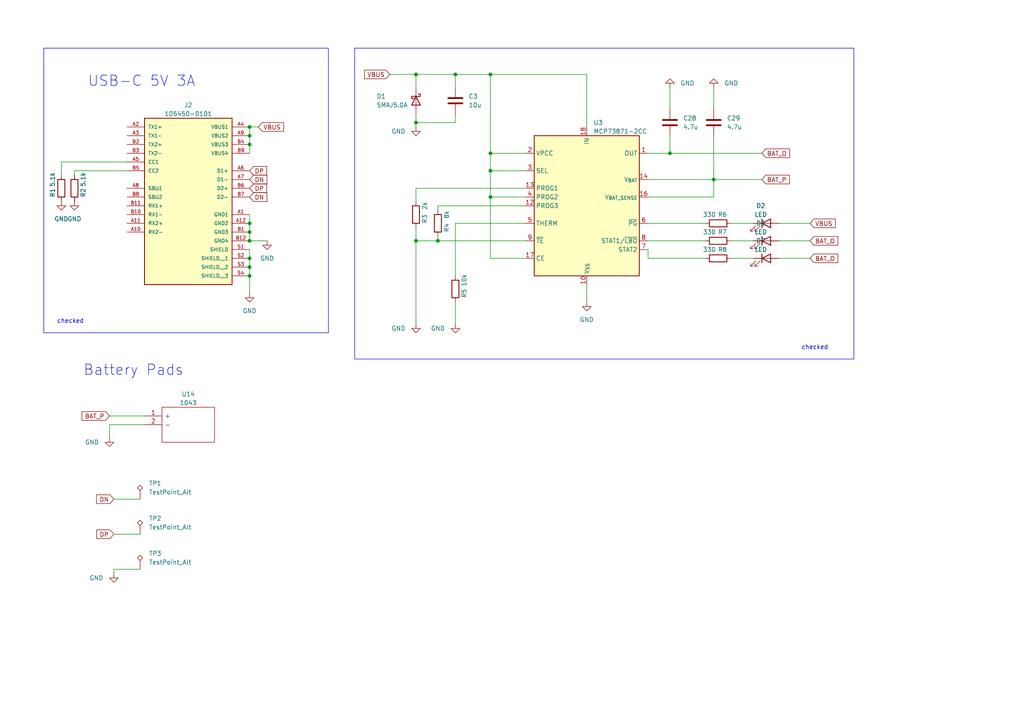
<source format=kicad_sch>
(kicad_sch (version 20230121) (generator eeschema)
  (paper "A4")
  (lib_symbols
    (symbol "1043:1043" (pin_names (offset 0.762))
      (property "Reference" "U14" (at 12.7 6.35 0))
      (property "Value" "1043" (at 12.7 3.81 0))
      (symbol "1043_0_0"
        (pin passive line (at 0 0 0) (length 5.08) (name "+") (number "1"))
        (pin passive line (at 0 -2.54 0) (length 5.08) (name "-") (number "2"))
      )
      (symbol "1043_0_1"
        (polyline (pts (xy 5.08 2.54) (xy 20.32 2.54) (xy 20.32 -7.62) (xy 5.08 -7.62) (xy 5.08 2.54)) (stroke (width 0.1524)))
      )
    )
    (symbol "105450-0101:105450-0101" (pin_names (offset 1.016))
      (property "Reference" "J" (at -12.7254 20.8534 0))
      (property "Value" "105450-0101" (at -12.7254 -30.5308 0))
      (symbol "105450-0101_0_0"
        (rectangle (start -12.7 -27.94) (end 12.7 20.32) (stroke (width 0.254)) (fill (type background)))
        (pin passive line (at 17.78 -7.62 180) (length 5.08) (name "GND1") (number "A1"))
        (pin passive line (at -17.78 -12.7 0) (length 5.08) (name "RX2-") (number "A10"))
        (pin passive line (at -17.78 -10.16 0) (length 5.08) (name "RX2+") (number "A11"))
        (pin passive line (at 17.78 -10.16 180) (length 5.08) (name "GND2") (number "A12"))
        (pin passive line (at -17.78 17.78 0) (length 5.08) (name "TX1+") (number "A2"))
        (pin passive line (at -17.78 15.24 0) (length 5.08) (name "TX1-") (number "A3"))
        (pin passive line (at 17.78 17.78 180) (length 5.08) (name "VBUS1") (number "A4"))
        (pin passive line (at -17.78 7.62 0) (length 5.08) (name "CC1") (number "A5"))
        (pin passive line (at 17.78 5.08 180) (length 5.08) (name "D1+") (number "A6"))
        (pin passive line (at 17.78 2.54 180) (length 5.08) (name "D1-") (number "A7"))
        (pin passive line (at -17.78 0 0) (length 5.08) (name "SBU1") (number "A8"))
        (pin passive line (at 17.78 15.24 180) (length 5.08) (name "VBUS2") (number "A9"))
        (pin passive line (at 17.78 -12.7 180) (length 5.08) (name "GND3") (number "B1"))
        (pin passive line (at -17.78 -7.62 0) (length 5.08) (name "RX1-") (number "B10"))
        (pin passive line (at -17.78 -5.08 0) (length 5.08) (name "RX1+") (number "B11"))
        (pin passive line (at 17.78 -15.24 180) (length 5.08) (name "GND4") (number "B12"))
        (pin passive line (at -17.78 12.7 0) (length 5.08) (name "TX2+") (number "B2"))
        (pin passive line (at -17.78 10.16 0) (length 5.08) (name "TX2-") (number "B3"))
        (pin passive line (at 17.78 12.7 180) (length 5.08) (name "VBUS3") (number "B4"))
        (pin passive line (at -17.78 5.08 0) (length 5.08) (name "CC2") (number "B5"))
        (pin passive line (at 17.78 0 180) (length 5.08) (name "D2+") (number "B6"))
        (pin passive line (at 17.78 -2.54 180) (length 5.08) (name "D2-") (number "B7"))
        (pin passive line (at -17.78 -2.54 0) (length 5.08) (name "SBU2") (number "B8"))
        (pin passive line (at 17.78 10.16 180) (length 5.08) (name "VBUS4") (number "B9"))
        (pin passive line (at 17.78 -17.78 180) (length 5.08) (name "SHIELD") (number "S1"))
        (pin passive line (at 17.78 -20.32 180) (length 5.08) (name "SHIELD__1") (number "S2"))
        (pin passive line (at 17.78 -22.86 180) (length 5.08) (name "SHIELD__2") (number "S3"))
        (pin passive line (at 17.78 -25.4 180) (length 5.08) (name "SHIELD__3") (number "S4"))
      )
    )
    (symbol "Battery_Management:MCP73871-2CC"
      (property "Reference" "U" (at -7.62 24.13 0))
      (property "Value" "MCP73871-2CC" (at -15.24 21.59 0))
      (symbol "MCP73871-2CC_0_1"
        (rectangle (start -15.24 20.32) (end 15.24 -20.32) (stroke (width 0.254)) (fill (type background)))
      )
      (symbol "MCP73871-2CC_1_1"
        (pin power_out line (at 17.78 15.24 180) (length 2.54) (name "OUT") (number "1"))
        (pin power_in line (at 0 -22.86 90) (length 2.54) (name "V_{SS}") (number "10"))
        (pin passive line (at 0 -22.86 90) (length 2.54) hide (name "V_{SS}") (number "11"))
        (pin bidirectional line (at -17.78 0 0) (length 2.54) (name "PROG3") (number "12"))
        (pin bidirectional line (at -17.78 5.08 0) (length 2.54) (name "PROG1") (number "13"))
        (pin power_out line (at 17.78 7.62 180) (length 2.54) (name "V_{BAT}") (number "14"))
        (pin passive line (at 17.78 7.62 180) (length 2.54) hide (name "V_{BAT}") (number "15"))
        (pin input line (at 17.78 2.54 180) (length 2.54) (name "V_{BAT_SENSE}") (number "16"))
        (pin input line (at -17.78 -15.24 0) (length 2.54) (name "CE") (number "17"))
        (pin power_in line (at 0 22.86 270) (length 2.54) (name "IN") (number "18"))
        (pin passive line (at 0 22.86 270) (length 2.54) hide (name "IN") (number "19"))
        (pin input line (at -17.78 15.24 0) (length 2.54) (name "VPCC") (number "2"))
        (pin passive line (at 17.78 15.24 180) (length 2.54) hide (name "OUT") (number "20"))
        (pin passive line (at 0 -22.86 90) (length 2.54) hide (name "V_{SS}") (number "21"))
        (pin input line (at -17.78 10.16 0) (length 2.54) (name "SEL") (number "3"))
        (pin input line (at -17.78 2.54 0) (length 2.54) (name "PROG2") (number "4"))
        (pin bidirectional line (at -17.78 -5.08 0) (length 2.54) (name "THERM") (number "5"))
        (pin open_collector line (at 17.78 -5.08 180) (length 2.54) (name "~{PG}") (number "6"))
        (pin open_collector line (at 17.78 -12.7 180) (length 2.54) (name "STAT2") (number "7"))
        (pin open_collector line (at 17.78 -10.16 180) (length 2.54) (name "STAT1/~{LBO}") (number "8"))
        (pin input line (at -17.78 -10.16 0) (length 2.54) (name "~{TE}") (number "9"))
      )
    )
    (symbol "Connector:TestPoint_Alt" (pin_numbers hide) (pin_names (offset 0.762) hide)
      (property "Reference" "TP" (at 0 6.858 0))
      (property "Value" "TestPoint_Alt" (at 0 5.08 0))
      (symbol "TestPoint_Alt_0_1"
        (polyline (pts (xy 0 2.54) (xy -0.762 3.302) (xy 0 4.064) (xy 0.762 3.302) (xy 0 2.54)))
      )
      (symbol "TestPoint_Alt_1_1"
        (pin passive line (at 0 0 90) (length 2.54) (name "1") (number "1"))
      )
    )
    (symbol "Device:C" (pin_numbers hide) (pin_names (offset 0.254))
      (property "Reference" "C" (at 0.635 2.54 0))
      (property "Value" "C" (at 0.635 -2.54 0))
      (symbol "C_0_1"
        (polyline (pts (xy -2.032 -0.762) (xy 2.032 -0.762)) (stroke (width 0.508)))
        (polyline (pts (xy -2.032 0.762) (xy 2.032 0.762)) (stroke (width 0.508)))
      )
      (symbol "C_1_1"
        (pin passive line (at 0 3.81 270) (length 2.794) (name "~") (number "1"))
        (pin passive line (at 0 -3.81 90) (length 2.794) (name "~") (number "2"))
      )
    )
    (symbol "Device:LED" (pin_numbers hide) (pin_names (offset 1.016) hide)
      (property "Reference" "D" (at 0 2.54 0))
      (property "Value" "LED" (at 0 -2.54 0))
      (symbol "LED_0_1"
        (polyline (pts (xy -1.27 -1.27) (xy -1.27 1.27)) (stroke (width 0.254)))
        (polyline (pts (xy -1.27 0) (xy 1.27 0)))
        (polyline (pts (xy 1.27 -1.27) (xy 1.27 1.27) (xy -1.27 0) (xy 1.27 -1.27)) (stroke (width 0.254)))
        (polyline (pts (xy -3.048 -0.762) (xy -4.572 -2.286) (xy -3.81 -2.286) (xy -4.572 -2.286) (xy -4.572 -1.524)))
        (polyline (pts (xy -1.778 -0.762) (xy -3.302 -2.286) (xy -2.54 -2.286) (xy -3.302 -2.286) (xy -3.302 -1.524)))
      )
      (symbol "LED_1_1"
        (pin passive line (at -3.81 0 0) (length 2.54) (name "K") (number "1"))
        (pin passive line (at 3.81 0 180) (length 2.54) (name "A") (number "2"))
      )
    )
    (symbol "Device:R" (pin_numbers hide) (pin_names (offset 0))
      (property "Reference" "R" (at 2.032 0 90))
      (property "Value" "R" (at 0 0 90))
      (symbol "R_0_1"
        (rectangle (start -1.016 -2.54) (end 1.016 2.54) (stroke (width 0.254)))
      )
      (symbol "R_1_1"
        (pin passive line (at 0 3.81 270) (length 1.27) (name "~") (number "1"))
        (pin passive line (at 0 -3.81 90) (length 1.27) (name "~") (number "2"))
      )
    )
    (symbol "Diode:B120-E3" (pin_numbers hide) (pin_names hide)
      (property "Reference" "D" (at 0 2.54 0))
      (property "Value" "B120-E3" (at 0 -2.54 0))
      (symbol "B120-E3_0_1"
        (polyline (pts (xy 1.27 0) (xy -1.27 0)))
        (polyline (pts (xy 1.27 1.27) (xy 1.27 -1.27) (xy -1.27 0) (xy 1.27 1.27)) (stroke (width 0.254)))
        (polyline (pts (xy -1.905 0.635) (xy -1.905 1.27) (xy -1.27 1.27) (xy -1.27 -1.27) (xy -0.635 -1.27) (xy -0.635 -0.635)) (stroke (width 0.254)))
      )
      (symbol "B120-E3_1_1"
        (pin passive line (at -3.81 0 0) (length 2.54) (name "K") (number "1"))
        (pin passive line (at 3.81 0 180) (length 2.54) (name "A") (number "2"))
      )
    )
    (symbol "power:GND" (power) (pin_names (offset 0))
      (property "Value" "GND" (at 0 -3.81 0))
      (symbol "GND_0_1"
        (polyline (pts (xy 0 0) (xy 0 -1.27) (xy 1.27 -1.27) (xy 0 -2.54) (xy -1.27 -1.27) (xy 0 -1.27)))
      )
      (symbol "GND_1_1"
        (pin power_in line (at 0 0 270) (length 0) hide (name "GND") (number "1"))
      )
    )
  )
  (junction (at 72.39 41.91))
  (junction (at 72.39 77.47))
  (junction (at 120.65 35.56))
  (junction (at 142.24 49.53))
  (junction (at 120.65 21.59))
  (junction (at 142.24 57.15))
  (junction (at 132.08 21.59))
  (junction (at 72.39 64.77))
  (junction (at 142.24 21.59))
  (junction (at 207.01 52.07))
  (junction (at 72.39 39.37))
  (junction (at 120.65 69.85))
  (junction (at 72.39 36.83))
  (junction (at 72.39 80.01))
  (junction (at 72.39 69.85))
  (junction (at 72.39 67.31))
  (junction (at 142.24 44.45))
  (junction (at 72.39 74.93))
  (junction (at 194.31 44.45))
  (junction (at 127 69.85))
  (wire (pts (xy 207.01 57.15) (xy 207.01 52.07)))
  (wire (pts (xy 72.39 39.37) (xy 72.39 41.91)))
  (wire (pts (xy 17.78 46.99) (xy 36.83 46.99)))
  (wire (pts (xy 17.78 46.99) (xy 17.78 50.8)))
  (wire (pts (xy 72.39 62.23) (xy 72.39 64.77)))
  (wire (pts (xy 170.18 21.59) (xy 170.18 36.83)))
  (wire (pts (xy 120.65 66.04) (xy 120.65 69.85)))
  (wire (pts (xy 152.4 57.15) (xy 142.24 57.15)))
  (wire (pts (xy 127 68.58) (xy 127 69.85)))
  (wire (pts (xy 142.24 74.93) (xy 142.24 57.15)))
  (wire (pts (xy 187.96 57.15) (xy 207.01 57.15)))
  (wire (pts (xy 152.4 64.77) (xy 132.08 64.77)))
  (wire (pts (xy 21.59 50.8) (xy 21.59 49.53)))
  (wire (pts (xy 207.01 25.4) (xy 207.01 31.75)))
  (wire (pts (xy 187.96 74.93) (xy 204.47 74.93)))
  (wire (pts (xy 194.31 44.45) (xy 220.98 44.45)))
  (wire (pts (xy 187.96 52.07) (xy 207.01 52.07)))
  (wire (pts (xy 132.08 21.59) (xy 132.08 25.4)))
  (wire (pts (xy 72.39 67.31) (xy 72.39 69.85)))
  (wire (pts (xy 72.39 72.39) (xy 72.39 74.93)))
  (wire (pts (xy 152.4 69.85) (xy 127 69.85)))
  (wire (pts (xy 207.01 39.37) (xy 207.01 52.07)))
  (wire (pts (xy 170.18 82.55) (xy 170.18 87.63)))
  (wire (pts (xy 72.39 36.83) (xy 74.93 36.83)))
  (wire (pts (xy 142.24 49.53) (xy 152.4 49.53)))
  (wire (pts (xy 226.06 64.77) (xy 234.95 64.77)))
  (wire (pts (xy 120.65 21.59) (xy 132.08 21.59)))
  (wire (pts (xy 72.39 41.91) (xy 72.39 44.45)))
  (wire (pts (xy 226.06 69.85) (xy 234.95 69.85)))
  (wire (pts (xy 31.75 123.19) (xy 41.91 123.19)))
  (wire (pts (xy 226.06 74.93) (xy 234.95 74.93)))
  (wire (pts (xy 142.24 57.15) (xy 142.24 49.53)))
  (wire (pts (xy 132.08 33.02) (xy 132.08 35.56)))
  (wire (pts (xy 187.96 44.45) (xy 194.31 44.45)))
  (wire (pts (xy 31.75 120.65) (xy 41.91 120.65)))
  (wire (pts (xy 132.08 21.59) (xy 142.24 21.59)))
  (wire (pts (xy 212.09 74.93) (xy 218.44 74.93)))
  (wire (pts (xy 72.39 85.09) (xy 72.39 80.01)))
  (wire (pts (xy 33.02 144.78) (xy 40.64 144.78)))
  (wire (pts (xy 120.65 21.59) (xy 120.65 25.4)))
  (wire (pts (xy 113.03 21.59) (xy 120.65 21.59)))
  (wire (pts (xy 142.24 44.45) (xy 152.4 44.45)))
  (wire (pts (xy 152.4 54.61) (xy 120.65 54.61)))
  (wire (pts (xy 194.31 39.37) (xy 194.31 44.45)))
  (wire (pts (xy 120.65 69.85) (xy 127 69.85)))
  (wire (pts (xy 152.4 74.93) (xy 142.24 74.93)))
  (wire (pts (xy 33.02 154.94) (xy 40.64 154.94)))
  (wire (pts (xy 120.65 69.85) (xy 120.65 93.98)))
  (wire (pts (xy 194.31 25.4) (xy 194.31 31.75)))
  (wire (pts (xy 72.39 64.77) (xy 72.39 67.31)))
  (wire (pts (xy 31.75 123.19) (xy 31.75 127)))
  (wire (pts (xy 187.96 64.77) (xy 204.47 64.77)))
  (wire (pts (xy 72.39 74.93) (xy 72.39 77.47)))
  (wire (pts (xy 72.39 36.83) (xy 72.39 39.37)))
  (wire (pts (xy 132.08 87.63) (xy 132.08 93.98)))
  (wire (pts (xy 33.02 165.1) (xy 40.64 165.1)))
  (wire (pts (xy 212.09 64.77) (xy 218.44 64.77)))
  (wire (pts (xy 72.39 69.85) (xy 77.47 69.85)))
  (wire (pts (xy 142.24 21.59) (xy 170.18 21.59)))
  (wire (pts (xy 120.65 35.56) (xy 120.65 36.83)))
  (wire (pts (xy 187.96 69.85) (xy 204.47 69.85)))
  (wire (pts (xy 120.65 33.02) (xy 120.65 35.56)))
  (wire (pts (xy 132.08 35.56) (xy 120.65 35.56)))
  (wire (pts (xy 207.01 52.07) (xy 220.98 52.07)))
  (wire (pts (xy 142.24 49.53) (xy 142.24 44.45)))
  (wire (pts (xy 187.96 72.39) (xy 187.96 74.93)))
  (wire (pts (xy 72.39 77.47) (xy 72.39 80.01)))
  (wire (pts (xy 127 59.69) (xy 127 60.96)))
  (wire (pts (xy 132.08 64.77) (xy 132.08 80.01)))
  (wire (pts (xy 142.24 21.59) (xy 142.24 44.45)))
  (wire (pts (xy 33.02 165.1) (xy 33.02 166.37)))
  (wire (pts (xy 120.65 54.61) (xy 120.65 58.42)))
  (wire (pts (xy 152.4 59.69) (xy 127 59.69)))
  (wire (pts (xy 21.59 49.53) (xy 36.83 49.53)))
  (wire (pts (xy 212.09 69.85) (xy 218.44 69.85)))
  (rectangle (start 12.7 13.97) (end 95.25 96.52))
  (rectangle (start 102.87 13.97) (end 247.65 104.14))
  (text "checked\n" (at 16.51 93.98 0) (effects (font (size 1.27 1.27)) (justify left bottom)))
  (text "checked\n" (at 232.41 101.6 0) (effects (font (size 1.27 1.27)) (justify left bottom)))
  (text "Battery Pads" (at 24.13 109.22 0) (effects (font (size 3 3)) (justify left bottom)))
  (text "USB-C 5V 3A" (at 25.4 25.4 0) (effects (font (size 3 3)) (justify left bottom)))
  (global_label "DN" (shape input) (at 72.39 57.15 0) (property "Intersheetrefs" "${INTERSHEET_REFS}" (effects hide)))
  (global_label "VBUS" (shape input) (at 74.93 36.83 0) (property "Intersheetrefs" "${INTERSHEET_REFS}" (effects hide)))
  (global_label "DN" (shape input) (at 33.02 144.78 180) (property "Intersheetrefs" "${INTERSHEET_REFS}" (effects hide)))
  (global_label "BAT_O" (shape input) (at 220.98 44.45 0) (property "Intersheetrefs" "${INTERSHEET_REFS}" (effects hide)))
  (global_label "DP" (shape input) (at 72.39 49.53 0) (property "Intersheetrefs" "${INTERSHEET_REFS}" (effects hide)))
  (global_label "VBUS" (shape input) (at 113.03 21.59 180) (property "Intersheetrefs" "${INTERSHEET_REFS}" (effects hide)))
  (global_label "DP" (shape input) (at 72.39 54.61 0) (property "Intersheetrefs" "${INTERSHEET_REFS}" (effects hide)))
  (global_label "BAT_O" (shape input) (at 234.95 74.93 0) (property "Intersheetrefs" "${INTERSHEET_REFS}" (effects hide)))
  (global_label "BAT_O" (shape input) (at 234.95 69.85 0) (property "Intersheetrefs" "${INTERSHEET_REFS}" (effects hide)))
  (global_label "VBUS" (shape input) (at 234.95 64.77 0) (property "Intersheetrefs" "${INTERSHEET_REFS}" (effects hide)))
  (global_label "BAT_P" (shape input) (at 220.98 52.07 0) (property "Intersheetrefs" "${INTERSHEET_REFS}" (effects hide)))
  (global_label "BAT_P" (shape input) (at 31.75 120.65 180) (property "Intersheetrefs" "${INTERSHEET_REFS}" (effects hide)))
  (global_label "DN" (shape input) (at 72.39 52.07 0) (property "Intersheetrefs" "${INTERSHEET_REFS}" (effects hide)))
  (global_label "DP" (shape input) (at 33.02 154.94 180) (property "Intersheetrefs" "${INTERSHEET_REFS}" (effects hide)))
  (symbol (lib_id "Device:C") (at 132.08 29.21 0) (unit 1)
    (property "Reference" "C3" (at 135.89 27.9399 0) (effects (justify left)))
    (property "Value" "10u" (at 135.89 30.4799 0) (effects (justify left)))
    (property "Footprint" "Capacitor_SMD:C_0603_1608Metric_Pad1.08x0.95mm_HandSolder" (effects hide))
  )
  (symbol (lib_id "Device:R") (at 208.28 64.77 270) (unit 1)
    (property "Reference" "R6" (at 209.55 62.23 90))
    (property "Value" "330" (at 205.74 62.23 90))
    (property "Footprint" "Resistor_SMD:R_0603_1608Metric_Pad0.98x0.95mm_HandSolder" (effects hide))
  )
  (symbol (lib_id "Device:R") (at 208.28 69.85 270) (unit 1)
    (property "Reference" "R7" (at 209.55 67.31 90))
    (property "Value" "330" (at 205.74 67.31 90))
    (property "Footprint" "Resistor_SMD:R_0603_1608Metric_Pad0.98x0.95mm_HandSolder" (effects hide))
  )
  (symbol (lib_id "power:GND") (at 77.47 69.85 0) (unit 1)
    (property "Reference" "#PWR016" (effects hide))
    (property "Value" "GND" (at 77.47 74.93 0))
  )
  (symbol (lib_id "power:GND") (at 31.75 127 0) (unit 1)
    (property "Reference" "#PWR026" (effects hide))
    (property "Value" "GND" (at 26.67 128.27 0))
  )
  (symbol (lib_id "power:GND") (at 21.59 58.42 0) (unit 1)
    (property "Reference" "#PWR015" (effects hide))
    (property "Value" "GND" (at 21.59 63.5 0))
  )
  (symbol (lib_id "Device:LED") (at 222.25 69.85 0) (unit 1)
    (property "Reference" "D6" (at 220.6625 64.77 0))
    (property "Value" "LED" (at 220.6625 67.31 0))
    (property "Footprint" "LED_SMD:LED_0603_1608Metric_Pad1.05x0.95mm_HandSolder" (effects hide))
    (property "Datasheet" "https://www.mouser.ch/ProductDetail/VCC/LSM0603412V?qs=%252BEew9%252B0nqrCIKpXilSWEhA%3D%3D" (effects hide))
    (property "Info" "Red -> STAT1 indicates when Battery voltage is low" (effects hide))
  )
  (symbol (lib_id "power:GND") (at 72.39 85.09 0) (unit 1)
    (property "Reference" "#PWR031" (effects hide))
    (property "Value" "GND" (at 72.39 90.17 0))
  )
  (symbol (lib_id "Connector:TestPoint_Alt") (at 40.64 144.78 0) (unit 1)
    (property "Reference" "TP1" (at 43.18 140.208 0) (effects (justify left)))
    (property "Value" "TestPoint_Alt" (at 43.18 142.748 0) (effects (justify left)))
    (property "Footprint" "TestPoint:TestPoint_Pad_1.5x1.5mm" (effects hide))
    (property "Info" "DM" (effects hide))
  )
  (symbol (lib_id "Device:R") (at 208.28 74.93 270) (unit 1)
    (property "Reference" "R8" (at 209.55 72.39 90))
    (property "Value" "330" (at 205.74 72.39 90))
    (property "Footprint" "Resistor_SMD:R_0603_1608Metric_Pad0.98x0.95mm_HandSolder" (effects hide))
  )
  (symbol (lib_id "Device:LED") (at 222.25 74.93 0) (unit 1)
    (property "Reference" "D7" (at 220.6625 69.85 0))
    (property "Value" "LED" (at 220.6625 72.39 0))
    (property "Footprint" "LED_SMD:LED_0603_1608Metric_Pad1.05x0.95mm_HandSolder" (effects hide))
    (property "Datasheet" "https://www.mouser.ch/ProductDetail/VCC/LSM0603453V?qs=%252BEew9%252B0nqrBOKWP8d%2FyQXQ%3D%3D" (effects hide))
    (property "Info" "Green -> Charge Complete, standby" (effects hide))
  )
  (symbol (lib_id "power:GND") (at 17.78 58.42 0) (unit 1)
    (property "Reference" "#PWR0114" (effects hide))
    (property "Value" "GND" (at 17.78 63.5 0))
  )
  (symbol (lib_id "Diode:B120-E3") (at 120.65 29.21 270) (unit 1)
    (property "Reference" "D1" (at 109.22 27.94 90) (effects (justify left)))
    (property "Value" "SMAJ5.0A" (at 109.22 30.48 90) (effects (justify left)))
    (property "Footprint" "Diode_SMD:D_SMA" (effects hide))
    (property "Datasheet" "https://www.mouser.ch/ProductDetail/Littelfuse/SMAJ5.0A?qs=2VFNtWizgicfetZVA4gWHA%3D%3D" (effects hide))
    (property "Info" "Aus Datenblatt MCP73871 (ESD und OV Schutz)" (effects hide))
  )
  (symbol (lib_id "power:GND") (at 207.01 25.4 180) (unit 1)
    (property "Reference" "#PWR025" (effects hide))
    (property "Value" "GND" (at 212.09 24.13 0))
  )
  (symbol (lib_id "Battery_Management:MCP73871-2CC") (at 170.18 59.69 0) (unit 1)
    (property "Reference" "U3" (at 172.1359 35.56 0) (effects (justify left)))
    (property "Value" "MCP73871-2CC" (at 172.1359 38.1 0) (effects (justify left)))
    (property "Footprint" "Package_DFN_QFN:QFN-20-1EP_4x4mm_P0.5mm_EP2.5x2.5mm" (effects hide))
    (property "Datasheet" "http://www.mouser.com/ds/2/268/22090a-52174.pdf" (effects hide))
  )
  (symbol (lib_id "Device:R") (at 17.78 54.61 180) (unit 1)
    (property "Reference" "R1" (at 15.24 55.88 90))
    (property "Value" "5.1k" (at 15.24 52.07 90))
    (property "Footprint" "Resistor_SMD:R_0603_1608Metric_Pad0.98x0.95mm_HandSolder" (effects hide))
  )
  (symbol (lib_id "Connector:TestPoint_Alt") (at 40.64 165.1 0) (unit 1)
    (property "Reference" "TP3" (at 43.18 160.528 0) (effects (justify left)))
    (property "Value" "TestPoint_Alt" (at 43.18 163.068 0) (effects (justify left)))
    (property "Footprint" "TestPoint:TestPoint_Pad_1.5x1.5mm" (effects hide))
  )
  (symbol (lib_id "Device:R") (at 132.08 83.82 180) (unit 1)
    (property "Reference" "R5" (at 134.62 85.09 90))
    (property "Value" "10k" (at 134.62 81.28 90))
    (property "Footprint" "Resistor_SMD:R_0603_1608Metric_Pad0.98x0.95mm_HandSolder" (effects hide))
  )
  (symbol (lib_id "power:GND") (at 120.65 36.83 0) (unit 1)
    (property "Reference" "#PWR021" (effects hide))
    (property "Value" "GND" (at 115.57 38.1 0))
  )
  (symbol (lib_id "Device:C") (at 207.01 35.56 0) (unit 1)
    (property "Reference" "C29" (at 210.82 34.2899 0) (effects (justify left)))
    (property "Value" "4.7u" (at 210.82 36.8299 0) (effects (justify left)))
    (property "Footprint" "Capacitor_SMD:C_0603_1608Metric_Pad1.08x0.95mm_HandSolder" (effects hide))
  )
  (symbol (lib_id "Device:R") (at 127 64.77 180) (unit 1)
    (property "Reference" "R4" (at 129.54 66.04 90))
    (property "Value" "8k" (at 129.54 62.23 90))
    (property "Footprint" "Resistor_SMD:R_0603_1608Metric_Pad0.98x0.95mm_HandSolder" (effects hide))
  )
  (symbol (lib_id "power:GND") (at 33.02 166.37 0) (unit 1)
    (property "Reference" "#PWR02" (effects hide))
    (property "Value" "GND" (at 27.94 167.64 0))
  )
  (symbol (lib_id "Connector:TestPoint_Alt") (at 40.64 154.94 0) (unit 1)
    (property "Reference" "TP2" (at 43.18 150.368 0) (effects (justify left)))
    (property "Value" "TestPoint_Alt" (at 43.18 152.908 0) (effects (justify left)))
    (property "Footprint" "TestPoint:TestPoint_Pad_1.5x1.5mm" (effects hide))
    (property "Info" "DP" (effects hide))
  )
  (symbol (lib_id "Device:R") (at 21.59 54.61 180) (unit 1)
    (property "Reference" "R2" (at 24.13 55.88 90))
    (property "Value" "5.1k" (at 24.13 52.07 90))
    (property "Footprint" "Resistor_SMD:R_0603_1608Metric_Pad0.98x0.95mm_HandSolder" (effects hide))
  )
  (symbol (lib_id "power:GND") (at 132.08 93.98 0) (unit 1)
    (property "Reference" "#PWR022" (effects hide))
    (property "Value" "GND" (at 127 95.25 0))
  )
  (symbol (lib_id "Device:R") (at 120.65 62.23 180) (unit 1)
    (property "Reference" "R3" (at 123.19 63.5 90))
    (property "Value" "2k" (at 123.19 59.69 90))
    (property "Footprint" "Resistor_SMD:R_0603_1608Metric_Pad0.98x0.95mm_HandSolder" (effects hide))
  )
  (symbol (lib_id "Device:LED") (at 222.25 64.77 0) (unit 1)
    (property "Reference" "D2" (at 220.6625 59.69 0))
    (property "Value" "LED" (at 220.6625 62.23 0))
    (property "Footprint" "LED_SMD:LED_0603_1608Metric_Pad1.05x0.95mm_HandSolder" (effects hide))
    (property "Datasheet" "https://www.mouser.ch/ProductDetail/VCC/LSM0603463V?qs=%252BEew9%252B0nqrDuPtH0dpM5ug%3D%3D" (effects hide))
    (property "Info" "Blue -> PG indicates Power from USB" (effects hide))
  )
  (symbol (lib_id "power:GND") (at 170.18 87.63 0) (unit 1)
    (property "Reference" "#PWR014" (effects hide))
    (property "Value" "GND" (at 170.18 92.71 0))
  )
  (symbol (lib_id "power:GND") (at 120.65 93.98 0) (unit 1)
    (property "Reference" "#PWR023" (effects hide))
    (property "Value" "GND" (at 115.57 95.25 0))
  )
  (symbol (lib_id "1043:1043") (at 41.91 120.65 0) (unit 1)
    (property "Reference" "U14" (at 54.61 114.3 0))
    (property "Value" "1043" (at 54.61 116.84 0))
    (property "Footprint" "Frack:Keystone_1043" (effects hide))
    (property "Datasheet" "http://www.keyelco.com/product-pdf.cfm?p=919" (effects hide))
    (property "Description" "KEYSTONE - 1043 - BATTERY HOLDER, 18650, TH" (effects hide))
    (property "Height" "14.86" (effects hide))
    (property "Manufacturer_Name" "Keystone Electronics" (effects hide))
    (property "Manufacturer_Part_Number" "1043" (effects hide))
    (property "Mouser Part Number" "534-1043" (effects hide))
    (property "Mouser Price/Stock" "https://www.mouser.co.uk/ProductDetail/Keystone-Electronics/1043?qs=%2F7TOpeL5Mz6j%2FnxeOA1rsg%3D%3D" (effects hide))
    (property "Arrow Part Number" "1043" (effects hide))
    (property "Arrow Price/Stock" "https://www.arrow.com/en/products/1043/keystone-electronics?region=europe" (effects hide))
  )
  (symbol (lib_id "power:GND") (at 194.31 25.4 180) (unit 1)
    (property "Reference" "#PWR024" (effects hide))
    (property "Value" "GND" (at 199.39 24.13 0))
  )
  (symbol (lib_id "Device:C") (at 194.31 35.56 0) (unit 1)
    (property "Reference" "C28" (at 198.12 34.2899 0) (effects (justify left)))
    (property "Value" "4.7u" (at 198.12 36.8299 0) (effects (justify left)))
    (property "Footprint" "Capacitor_SMD:C_0603_1608Metric_Pad1.08x0.95mm_HandSolder" (effects hide))
  )
  (symbol (lib_id "105450-0101:105450-0101") (at 54.61 54.61 0) (unit 1)
    (property "Reference" "J2" (at 54.61 30.48 0))
    (property "Value" "105450-0101" (at 54.61 33.02 0))
    (property "Footprint" "SnapEDA Library pretty:MOLEX_105450-0101" (effects hide))
    (property "Datasheet" "https://www.mouser.ch/ProductDetail/Molex/105450-0101?qs=sGAEpiMZZMvlX3nhDDO4AFIItd6H0sxyxkwmTtw6zvc%3D" (effects hide))
    (property "MF" "Molex" (effects hide))
  )
)
</source>
